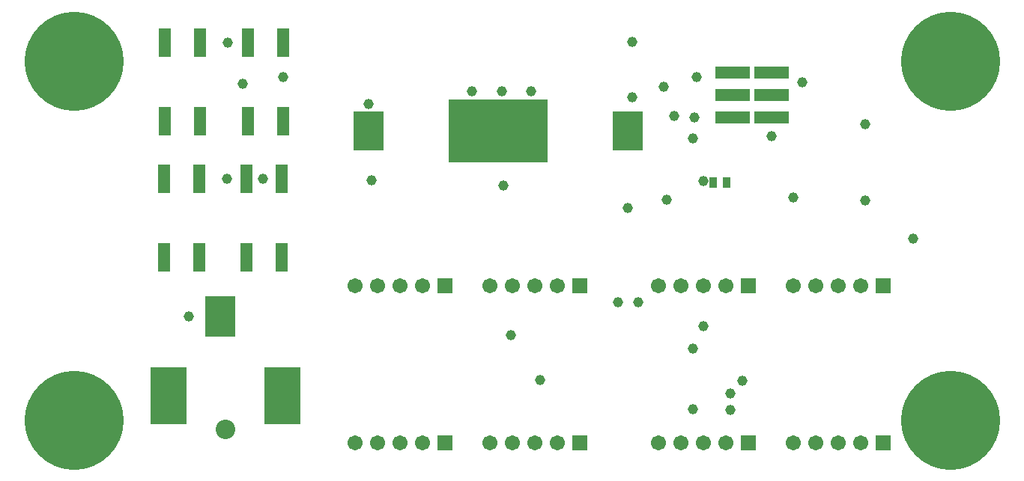
<source format=gbs>
%FSLAX25Y25*%
%MOIN*%
G70*
G01*
G75*
G04 Layer_Color=16711935*
%ADD10R,0.03937X0.02756*%
%ADD11R,0.02756X0.03937*%
%ADD12R,0.09055X0.09055*%
%ADD13O,0.01378X0.07087*%
%ADD14R,0.01378X0.07087*%
%ADD15R,0.05000X0.07500*%
%ADD16R,0.11811X0.06299*%
%ADD17R,0.24410X0.22835*%
%ADD18R,0.02362X0.05906*%
%ADD19O,0.02165X0.06496*%
%ADD20O,0.06496X0.02165*%
%ADD21R,0.19685X0.05906*%
%ADD22C,0.03000*%
%ADD23C,0.01500*%
%ADD24C,0.02000*%
%ADD25C,0.01300*%
%ADD26C,0.07874*%
%ADD27R,0.05906X0.05906*%
%ADD28C,0.05906*%
%ADD29C,0.03800*%
%ADD30C,0.43307*%
%ADD31R,0.15354X0.24410*%
%ADD32R,0.12992X0.17323*%
%ADD33R,0.14500X0.05000*%
%ADD34R,0.43307X0.27559*%
%ADD35R,0.12598X0.16535*%
%ADD36R,0.04724X0.12205*%
%ADD37C,0.00787*%
%ADD38C,0.00984*%
%ADD39C,0.02362*%
%ADD40C,0.01000*%
%ADD41C,0.01969*%
%ADD42R,0.04737X0.03556*%
%ADD43R,0.03556X0.04737*%
%ADD44R,0.09855X0.09855*%
%ADD45O,0.02178X0.07887*%
%ADD46R,0.02178X0.07887*%
%ADD47R,0.05800X0.08300*%
%ADD48R,0.12611X0.07099*%
%ADD49R,0.25210X0.23635*%
%ADD50R,0.03162X0.06706*%
%ADD51O,0.02965X0.07296*%
%ADD52O,0.07296X0.02965*%
%ADD53R,0.20485X0.06706*%
%ADD54C,0.08674*%
%ADD55R,0.06706X0.06706*%
%ADD56C,0.06706*%
%ADD57C,0.04600*%
%ADD58C,0.44107*%
%ADD59R,0.16154X0.25210*%
%ADD60R,0.13792X0.18123*%
%ADD61R,0.15300X0.05800*%
%ADD62R,0.44107X0.28359*%
%ADD63R,0.13398X0.17335*%
%ADD64R,0.05524X0.13005*%
D43*
X320260Y135811D02*
D03*
X314354D02*
D03*
D54*
X97339Y25850D02*
D03*
D55*
X390000Y20000D02*
D03*
X330000D02*
D03*
X255000D02*
D03*
X195000D02*
D03*
X390000Y90000D02*
D03*
X330000D02*
D03*
X255000D02*
D03*
X195000D02*
D03*
D56*
X380000Y20000D02*
D03*
X370000D02*
D03*
X360000D02*
D03*
X350000D02*
D03*
X320000D02*
D03*
X310000D02*
D03*
X300000D02*
D03*
X290000D02*
D03*
X245000D02*
D03*
X235000D02*
D03*
X225000D02*
D03*
X215000D02*
D03*
X185000D02*
D03*
X175000D02*
D03*
X165000D02*
D03*
X155000D02*
D03*
X380000Y90000D02*
D03*
X370000D02*
D03*
X360000D02*
D03*
X350000D02*
D03*
X320000D02*
D03*
X310000D02*
D03*
X300000D02*
D03*
X290000D02*
D03*
X245000D02*
D03*
X235000D02*
D03*
X225000D02*
D03*
X215000D02*
D03*
X185000D02*
D03*
X175000D02*
D03*
X165000D02*
D03*
X155000D02*
D03*
D57*
X322000Y34500D02*
D03*
Y42000D02*
D03*
X305500Y35000D02*
D03*
X123000Y183000D02*
D03*
X105000Y180000D02*
D03*
X233500Y176500D02*
D03*
X220394D02*
D03*
X207000D02*
D03*
X382000Y162000D02*
D03*
Y128000D02*
D03*
X403260Y110760D02*
D03*
X293685Y128315D02*
D03*
X349984Y129016D02*
D03*
X221012Y134488D02*
D03*
X237500Y48000D02*
D03*
X224453Y67953D02*
D03*
X310000Y72000D02*
D03*
X327500Y47500D02*
D03*
X272000Y82500D02*
D03*
X281000D02*
D03*
X305500Y62000D02*
D03*
X354000Y180500D02*
D03*
X278500Y198500D02*
D03*
Y174000D02*
D03*
X307000Y183000D02*
D03*
X292500Y178500D02*
D03*
X297000Y165500D02*
D03*
X306000Y165000D02*
D03*
X305500Y155500D02*
D03*
X97961Y137575D02*
D03*
X98355Y198205D02*
D03*
X114000Y137500D02*
D03*
X340500Y156500D02*
D03*
X81000Y76244D02*
D03*
X160945Y170709D02*
D03*
X162520Y136850D02*
D03*
X276299Y124646D02*
D03*
X310221Y136598D02*
D03*
D58*
X30000Y190000D02*
D03*
Y30000D02*
D03*
X420000D02*
D03*
Y190000D02*
D03*
D59*
X71945Y40811D02*
D03*
X122732D02*
D03*
D60*
X94976Y76244D02*
D03*
D61*
X323000Y165000D02*
D03*
Y175000D02*
D03*
Y185000D02*
D03*
X340500Y165000D02*
D03*
Y175000D02*
D03*
Y185000D02*
D03*
D62*
X218622Y158898D02*
D03*
D63*
X276299D02*
D03*
X160945D02*
D03*
D64*
X70466Y163166D02*
D03*
Y198205D02*
D03*
X86214D02*
D03*
Y163166D02*
D03*
X107474D02*
D03*
Y198205D02*
D03*
X123222D02*
D03*
Y163166D02*
D03*
X70072Y102536D02*
D03*
Y137575D02*
D03*
X85820D02*
D03*
Y102536D02*
D03*
X106686D02*
D03*
Y137575D02*
D03*
X122434D02*
D03*
Y102536D02*
D03*
M02*

</source>
